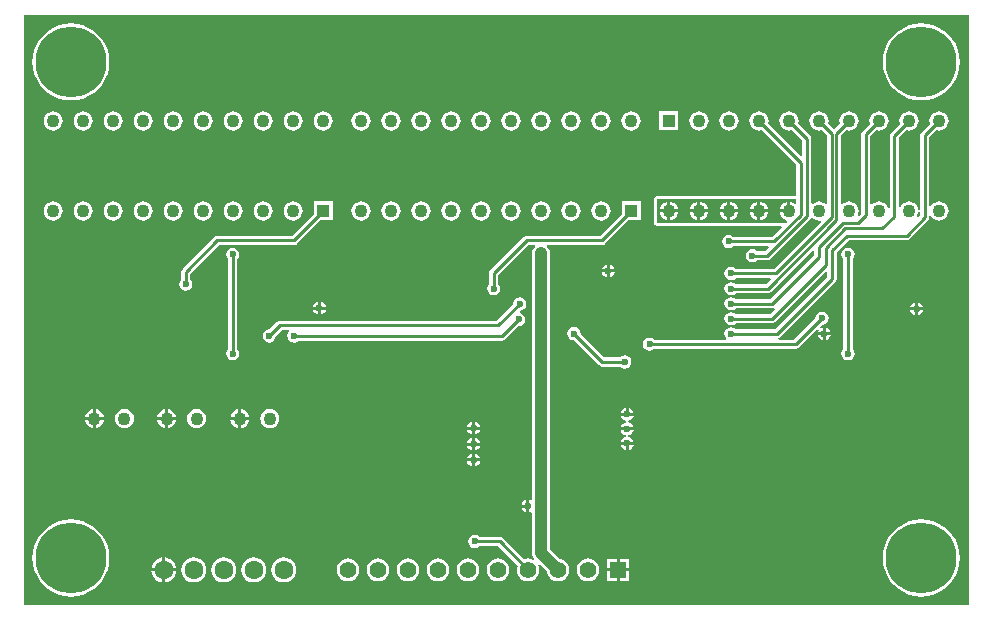
<source format=gbl>
G04*
G04 #@! TF.GenerationSoftware,Altium Limited,Altium Designer,18.1.11 (251)*
G04*
G04 Layer_Physical_Order=2*
G04 Layer_Color=16711680*
%FSLAX25Y25*%
%MOIN*%
G70*
G01*
G75*
%ADD36C,0.01000*%
%ADD37C,0.03937*%
%ADD38R,0.04331X0.04331*%
%ADD39C,0.04331*%
%ADD40C,0.05504*%
%ADD41R,0.05504X0.05504*%
%ADD42C,0.06299*%
%ADD43C,0.23622*%
%ADD44C,0.02362*%
G36*
X314961Y0D02*
X0D01*
Y196850D01*
X314961D01*
Y0D01*
D02*
G37*
%LPC*%
G36*
X299213Y193953D02*
X297202Y193795D01*
X295241Y193324D01*
X293378Y192552D01*
X291659Y191499D01*
X290126Y190189D01*
X288816Y188656D01*
X287763Y186936D01*
X286991Y185073D01*
X286520Y183113D01*
X286362Y181102D01*
X286520Y179092D01*
X286991Y177131D01*
X287763Y175268D01*
X288816Y173549D01*
X290126Y172016D01*
X291659Y170706D01*
X293378Y169652D01*
X295241Y168881D01*
X297202Y168410D01*
X299213Y168252D01*
X301223Y168410D01*
X303184Y168881D01*
X305047Y169652D01*
X306766Y170706D01*
X308299Y172016D01*
X309609Y173549D01*
X310663Y175268D01*
X311434Y177131D01*
X311905Y179092D01*
X312063Y181102D01*
X311905Y183113D01*
X311434Y185073D01*
X310663Y186936D01*
X309609Y188656D01*
X308299Y190189D01*
X306766Y191499D01*
X305047Y192552D01*
X303184Y193324D01*
X301223Y193795D01*
X299213Y193953D01*
D02*
G37*
G36*
X15748D02*
X13738Y193795D01*
X11777Y193324D01*
X9914Y192552D01*
X8195Y191499D01*
X6661Y190189D01*
X5352Y188656D01*
X4298Y186936D01*
X3526Y185073D01*
X3056Y183113D01*
X2897Y181102D01*
X3056Y179092D01*
X3526Y177131D01*
X4298Y175268D01*
X5352Y173549D01*
X6661Y172016D01*
X8195Y170706D01*
X9914Y169652D01*
X11777Y168881D01*
X13738Y168410D01*
X15748Y168252D01*
X17758Y168410D01*
X19719Y168881D01*
X21582Y169652D01*
X23301Y170706D01*
X24835Y172016D01*
X26144Y173549D01*
X27198Y175268D01*
X27970Y177131D01*
X28440Y179092D01*
X28599Y181102D01*
X28440Y183113D01*
X27970Y185073D01*
X27198Y186936D01*
X26144Y188656D01*
X24835Y190189D01*
X23301Y191499D01*
X21582Y192552D01*
X19719Y193324D01*
X17758Y193795D01*
X15748Y193953D01*
D02*
G37*
G36*
X218283Y164583D02*
X211953D01*
Y158252D01*
X218283D01*
Y164583D01*
D02*
G37*
G36*
X305118Y164610D02*
X304292Y164501D01*
X303522Y164182D01*
X302861Y163675D01*
X302353Y163014D01*
X302034Y162244D01*
X301925Y161417D01*
X302034Y160591D01*
X302062Y160524D01*
X299312Y157774D01*
X298981Y157278D01*
X298864Y156693D01*
Y129964D01*
X297964Y129063D01*
X297929Y129060D01*
X297761Y129253D01*
X297663Y129534D01*
X297883Y129821D01*
X298202Y130591D01*
X298311Y131417D01*
X298202Y132244D01*
X297883Y133014D01*
X297376Y133675D01*
X296714Y134182D01*
X295944Y134501D01*
X295118Y134610D01*
X294292Y134501D01*
X293522Y134182D01*
X292861Y133675D01*
X292353Y133014D01*
X292187Y132612D01*
X291687Y132712D01*
Y155823D01*
X294225Y158361D01*
X294292Y158333D01*
X295118Y158225D01*
X295944Y158333D01*
X296714Y158652D01*
X297376Y159160D01*
X297883Y159821D01*
X298202Y160591D01*
X298311Y161417D01*
X298202Y162244D01*
X297883Y163014D01*
X297376Y163675D01*
X296714Y164182D01*
X295944Y164501D01*
X295118Y164610D01*
X294292Y164501D01*
X293522Y164182D01*
X292861Y163675D01*
X292353Y163014D01*
X292034Y162244D01*
X291925Y161417D01*
X292034Y160591D01*
X292062Y160524D01*
X289076Y157538D01*
X288744Y157042D01*
X288628Y156457D01*
Y132521D01*
X288128Y132422D01*
X287883Y133014D01*
X287376Y133675D01*
X286714Y134182D01*
X285944Y134501D01*
X285118Y134610D01*
X284292Y134501D01*
X283522Y134182D01*
X282861Y133675D01*
X282738Y133515D01*
X282238Y133685D01*
Y156374D01*
X284225Y158361D01*
X284292Y158333D01*
X285118Y158225D01*
X285944Y158333D01*
X286714Y158652D01*
X287376Y159160D01*
X287883Y159821D01*
X288202Y160591D01*
X288311Y161417D01*
X288202Y162244D01*
X287883Y163014D01*
X287376Y163675D01*
X286714Y164182D01*
X285944Y164501D01*
X285118Y164610D01*
X284292Y164501D01*
X283522Y164182D01*
X282861Y163675D01*
X282353Y163014D01*
X282034Y162244D01*
X281925Y161417D01*
X282034Y160591D01*
X282062Y160524D01*
X279627Y158089D01*
X279296Y157593D01*
X279179Y157008D01*
Y130555D01*
X278409Y129785D01*
X277985Y130068D01*
X278202Y130591D01*
X278311Y131417D01*
X278202Y132244D01*
X277883Y133014D01*
X277376Y133675D01*
X276714Y134182D01*
X275944Y134501D01*
X275118Y134610D01*
X274292Y134501D01*
X273522Y134182D01*
X272896Y133702D01*
X272648Y133747D01*
X272395Y133833D01*
Y156532D01*
X274225Y158361D01*
X274292Y158333D01*
X275118Y158225D01*
X275944Y158333D01*
X276714Y158652D01*
X277376Y159160D01*
X277883Y159821D01*
X278202Y160591D01*
X278311Y161417D01*
X278202Y162244D01*
X277883Y163014D01*
X277376Y163675D01*
X276714Y164182D01*
X275944Y164501D01*
X275118Y164610D01*
X274292Y164501D01*
X273522Y164182D01*
X272861Y163675D01*
X272353Y163014D01*
X272034Y162244D01*
X271925Y161417D01*
X272034Y160591D01*
X272062Y160524D01*
X270118Y158580D01*
X268174Y160524D01*
X268202Y160591D01*
X268311Y161417D01*
X268202Y162244D01*
X267883Y163014D01*
X267376Y163675D01*
X266714Y164182D01*
X265944Y164501D01*
X265118Y164610D01*
X264292Y164501D01*
X263522Y164182D01*
X262861Y163675D01*
X262353Y163014D01*
X262034Y162244D01*
X261925Y161417D01*
X262034Y160591D01*
X262353Y159821D01*
X262861Y159160D01*
X263522Y158652D01*
X264292Y158333D01*
X265118Y158225D01*
X265944Y158333D01*
X266011Y158361D01*
X267807Y156565D01*
Y133851D01*
X267307Y133727D01*
X266714Y134182D01*
X265944Y134501D01*
X265118Y134610D01*
X264292Y134501D01*
X263522Y134182D01*
X263028Y133803D01*
X262528Y134023D01*
Y155537D01*
X262412Y156122D01*
X262080Y156618D01*
X258174Y160524D01*
X258202Y160591D01*
X258311Y161417D01*
X258202Y162244D01*
X257883Y163014D01*
X257376Y163675D01*
X256714Y164182D01*
X255944Y164501D01*
X255118Y164610D01*
X254292Y164501D01*
X253522Y164182D01*
X252861Y163675D01*
X252353Y163014D01*
X252034Y162244D01*
X251925Y161417D01*
X252034Y160591D01*
X252353Y159821D01*
X252861Y159160D01*
X253522Y158652D01*
X254292Y158333D01*
X255118Y158225D01*
X255944Y158333D01*
X256011Y158361D01*
X259469Y154903D01*
Y149882D01*
X259007Y149691D01*
X248174Y160524D01*
X248202Y160591D01*
X248311Y161417D01*
X248202Y162244D01*
X247883Y163014D01*
X247376Y163675D01*
X246714Y164182D01*
X245944Y164501D01*
X245118Y164610D01*
X244292Y164501D01*
X243522Y164182D01*
X242861Y163675D01*
X242353Y163014D01*
X242034Y162244D01*
X241925Y161417D01*
X242034Y160591D01*
X242353Y159821D01*
X242861Y159160D01*
X243522Y158652D01*
X244292Y158333D01*
X245118Y158225D01*
X245944Y158333D01*
X246011Y158361D01*
X257571Y146801D01*
Y136453D01*
X211024D01*
X210633Y136375D01*
X210303Y136154D01*
X210082Y135823D01*
X210004Y135433D01*
Y127559D01*
X210082Y127169D01*
X210303Y126838D01*
X210633Y126617D01*
X211024Y126540D01*
X252608D01*
X252799Y126077D01*
X249511Y122789D01*
X236641D01*
X236612Y122832D01*
X235890Y123314D01*
X235039Y123484D01*
X234188Y123314D01*
X233467Y122832D01*
X232985Y122111D01*
X232816Y121260D01*
X232985Y120409D01*
X233467Y119687D01*
X234188Y119205D01*
X235039Y119036D01*
X235890Y119205D01*
X236612Y119687D01*
X236641Y119730D01*
X248208D01*
X248400Y119269D01*
X247196Y118065D01*
X244515D01*
X244486Y118108D01*
X243764Y118590D01*
X242913Y118759D01*
X242062Y118590D01*
X241341Y118108D01*
X240859Y117386D01*
X240690Y116535D01*
X240859Y115684D01*
X241341Y114963D01*
X242062Y114481D01*
X242913Y114312D01*
X243764Y114481D01*
X244486Y114963D01*
X244515Y115006D01*
X247829D01*
X248415Y115122D01*
X248911Y115454D01*
X262080Y128623D01*
X262342Y129015D01*
X262695Y129113D01*
X262715Y129116D01*
X262920Y129114D01*
X263522Y128652D01*
X264292Y128333D01*
X265118Y128225D01*
X265472Y128271D01*
X265705Y127798D01*
X250067Y112159D01*
X237428D01*
X237399Y112202D01*
X236678Y112685D01*
X235827Y112854D01*
X234976Y112685D01*
X234254Y112202D01*
X233772Y111481D01*
X233603Y110630D01*
X233772Y109779D01*
X234254Y109057D01*
X234976Y108575D01*
X235827Y108406D01*
X236678Y108575D01*
X237399Y109057D01*
X237428Y109100D01*
X248778D01*
X248969Y108639D01*
X247352Y107021D01*
X237428D01*
X237399Y107065D01*
X236678Y107547D01*
X235827Y107716D01*
X234976Y107547D01*
X234254Y107065D01*
X233772Y106343D01*
X233603Y105492D01*
X233772Y104641D01*
X234254Y103920D01*
X234976Y103438D01*
X235827Y103268D01*
X236678Y103438D01*
X237399Y103920D01*
X237428Y103963D01*
X247985D01*
X248571Y104079D01*
X249067Y104411D01*
X263015Y118359D01*
X263477Y118167D01*
Y116682D01*
X248816Y102022D01*
X237428D01*
X237399Y102065D01*
X236678Y102547D01*
X235827Y102716D01*
X234976Y102547D01*
X234254Y102065D01*
X233772Y101343D01*
X233603Y100492D01*
X233772Y99641D01*
X234254Y98920D01*
X234976Y98438D01*
X235827Y98268D01*
X236678Y98438D01*
X237399Y98920D01*
X237428Y98963D01*
X249449D01*
X250035Y99079D01*
X250179Y99176D01*
X250498Y98787D01*
X248732Y97022D01*
X237428D01*
X237399Y97065D01*
X236678Y97547D01*
X235827Y97716D01*
X234976Y97547D01*
X234254Y97065D01*
X233772Y96343D01*
X233603Y95492D01*
X233772Y94641D01*
X234254Y93920D01*
X234976Y93438D01*
X235827Y93268D01*
X236678Y93438D01*
X237399Y93920D01*
X237428Y93963D01*
X249365D01*
X249951Y94079D01*
X250447Y94411D01*
X267462Y111426D01*
X267924Y111234D01*
Y109333D01*
X250612Y92022D01*
X237428D01*
X237399Y92065D01*
X236678Y92547D01*
X235827Y92716D01*
X234976Y92547D01*
X234254Y92065D01*
X233772Y91343D01*
X233603Y90492D01*
X233772Y89641D01*
X234176Y89037D01*
X233995Y88537D01*
X210263D01*
X210234Y88580D01*
X209512Y89062D01*
X208661Y89232D01*
X207810Y89062D01*
X207089Y88580D01*
X206607Y87859D01*
X206438Y87008D01*
X206607Y86157D01*
X207089Y85435D01*
X207810Y84953D01*
X208661Y84784D01*
X209512Y84953D01*
X210234Y85435D01*
X210263Y85479D01*
X257480D01*
X258066Y85595D01*
X258562Y85926D01*
X264689Y92054D01*
X265077Y91735D01*
X264815Y91343D01*
X264746Y90992D01*
X266370D01*
Y92616D01*
X266019Y92547D01*
X265628Y92285D01*
X265309Y92673D01*
X266091Y93456D01*
X266142Y93445D01*
X266993Y93615D01*
X267714Y94097D01*
X268196Y94818D01*
X268366Y95669D01*
X268196Y96520D01*
X267714Y97242D01*
X266993Y97724D01*
X266142Y97893D01*
X265291Y97724D01*
X264569Y97242D01*
X264087Y96520D01*
X263918Y95669D01*
X263928Y95618D01*
X256847Y88537D01*
X251670D01*
X251620Y89037D01*
X251831Y89079D01*
X252327Y89411D01*
X270535Y107618D01*
X270866Y108114D01*
X270983Y108700D01*
Y117725D01*
X274957Y121699D01*
X294292D01*
X294877Y121815D01*
X295373Y122147D01*
X301475Y128249D01*
X301807Y128745D01*
X301923Y129330D01*
Y129598D01*
X302050Y129664D01*
X302423Y129730D01*
X302861Y129160D01*
X303522Y128652D01*
X304292Y128333D01*
X305118Y128225D01*
X305944Y128333D01*
X306714Y128652D01*
X307376Y129160D01*
X307883Y129821D01*
X308202Y130591D01*
X308311Y131417D01*
X308202Y132244D01*
X307883Y133014D01*
X307376Y133675D01*
X306714Y134182D01*
X305944Y134501D01*
X305118Y134610D01*
X304292Y134501D01*
X303522Y134182D01*
X302861Y133675D01*
X302423Y133105D01*
X302050Y133171D01*
X301923Y133237D01*
Y156059D01*
X304225Y158361D01*
X304292Y158333D01*
X305118Y158225D01*
X305944Y158333D01*
X306714Y158652D01*
X307376Y159160D01*
X307883Y159821D01*
X308202Y160591D01*
X308311Y161417D01*
X308202Y162244D01*
X307883Y163014D01*
X307376Y163675D01*
X306714Y164182D01*
X305944Y164501D01*
X305118Y164610D01*
D02*
G37*
G36*
X235118D02*
X234292Y164501D01*
X233522Y164182D01*
X232861Y163675D01*
X232353Y163014D01*
X232034Y162244D01*
X231925Y161417D01*
X232034Y160591D01*
X232353Y159821D01*
X232861Y159160D01*
X233522Y158652D01*
X234292Y158333D01*
X235118Y158225D01*
X235944Y158333D01*
X236714Y158652D01*
X237376Y159160D01*
X237883Y159821D01*
X238202Y160591D01*
X238311Y161417D01*
X238202Y162244D01*
X237883Y163014D01*
X237376Y163675D01*
X236714Y164182D01*
X235944Y164501D01*
X235118Y164610D01*
D02*
G37*
G36*
X225118D02*
X224292Y164501D01*
X223522Y164182D01*
X222861Y163675D01*
X222353Y163014D01*
X222034Y162244D01*
X221925Y161417D01*
X222034Y160591D01*
X222353Y159821D01*
X222861Y159160D01*
X223522Y158652D01*
X224292Y158333D01*
X225118Y158225D01*
X225944Y158333D01*
X226714Y158652D01*
X227376Y159160D01*
X227883Y159821D01*
X228202Y160591D01*
X228311Y161417D01*
X228202Y162244D01*
X227883Y163014D01*
X227376Y163675D01*
X226714Y164182D01*
X225944Y164501D01*
X225118Y164610D01*
D02*
G37*
G36*
X202480D02*
X201654Y164501D01*
X200884Y164182D01*
X200223Y163675D01*
X199715Y163014D01*
X199396Y162244D01*
X199288Y161417D01*
X199396Y160591D01*
X199715Y159821D01*
X200223Y159160D01*
X200884Y158652D01*
X201654Y158333D01*
X202480Y158225D01*
X203307Y158333D01*
X204077Y158652D01*
X204738Y159160D01*
X205245Y159821D01*
X205564Y160591D01*
X205673Y161417D01*
X205564Y162244D01*
X205245Y163014D01*
X204738Y163675D01*
X204077Y164182D01*
X203307Y164501D01*
X202480Y164610D01*
D02*
G37*
G36*
X192480D02*
X191654Y164501D01*
X190884Y164182D01*
X190223Y163675D01*
X189715Y163014D01*
X189396Y162244D01*
X189288Y161417D01*
X189396Y160591D01*
X189715Y159821D01*
X190223Y159160D01*
X190884Y158652D01*
X191654Y158333D01*
X192480Y158225D01*
X193307Y158333D01*
X194077Y158652D01*
X194738Y159160D01*
X195245Y159821D01*
X195564Y160591D01*
X195673Y161417D01*
X195564Y162244D01*
X195245Y163014D01*
X194738Y163675D01*
X194077Y164182D01*
X193307Y164501D01*
X192480Y164610D01*
D02*
G37*
G36*
X182480D02*
X181654Y164501D01*
X180884Y164182D01*
X180223Y163675D01*
X179715Y163014D01*
X179396Y162244D01*
X179288Y161417D01*
X179396Y160591D01*
X179715Y159821D01*
X180223Y159160D01*
X180884Y158652D01*
X181654Y158333D01*
X182480Y158225D01*
X183307Y158333D01*
X184077Y158652D01*
X184738Y159160D01*
X185245Y159821D01*
X185564Y160591D01*
X185673Y161417D01*
X185564Y162244D01*
X185245Y163014D01*
X184738Y163675D01*
X184077Y164182D01*
X183307Y164501D01*
X182480Y164610D01*
D02*
G37*
G36*
X172480D02*
X171654Y164501D01*
X170884Y164182D01*
X170223Y163675D01*
X169715Y163014D01*
X169396Y162244D01*
X169288Y161417D01*
X169396Y160591D01*
X169715Y159821D01*
X170223Y159160D01*
X170884Y158652D01*
X171654Y158333D01*
X172480Y158225D01*
X173307Y158333D01*
X174077Y158652D01*
X174738Y159160D01*
X175245Y159821D01*
X175564Y160591D01*
X175673Y161417D01*
X175564Y162244D01*
X175245Y163014D01*
X174738Y163675D01*
X174077Y164182D01*
X173307Y164501D01*
X172480Y164610D01*
D02*
G37*
G36*
X162480D02*
X161654Y164501D01*
X160884Y164182D01*
X160223Y163675D01*
X159715Y163014D01*
X159396Y162244D01*
X159288Y161417D01*
X159396Y160591D01*
X159715Y159821D01*
X160223Y159160D01*
X160884Y158652D01*
X161654Y158333D01*
X162480Y158225D01*
X163307Y158333D01*
X164077Y158652D01*
X164738Y159160D01*
X165245Y159821D01*
X165564Y160591D01*
X165673Y161417D01*
X165564Y162244D01*
X165245Y163014D01*
X164738Y163675D01*
X164077Y164182D01*
X163307Y164501D01*
X162480Y164610D01*
D02*
G37*
G36*
X152480D02*
X151654Y164501D01*
X150884Y164182D01*
X150223Y163675D01*
X149715Y163014D01*
X149396Y162244D01*
X149288Y161417D01*
X149396Y160591D01*
X149715Y159821D01*
X150223Y159160D01*
X150884Y158652D01*
X151654Y158333D01*
X152480Y158225D01*
X153307Y158333D01*
X154077Y158652D01*
X154738Y159160D01*
X155245Y159821D01*
X155564Y160591D01*
X155673Y161417D01*
X155564Y162244D01*
X155245Y163014D01*
X154738Y163675D01*
X154077Y164182D01*
X153307Y164501D01*
X152480Y164610D01*
D02*
G37*
G36*
X142480D02*
X141654Y164501D01*
X140884Y164182D01*
X140223Y163675D01*
X139715Y163014D01*
X139396Y162244D01*
X139288Y161417D01*
X139396Y160591D01*
X139715Y159821D01*
X140223Y159160D01*
X140884Y158652D01*
X141654Y158333D01*
X142480Y158225D01*
X143307Y158333D01*
X144077Y158652D01*
X144738Y159160D01*
X145245Y159821D01*
X145564Y160591D01*
X145673Y161417D01*
X145564Y162244D01*
X145245Y163014D01*
X144738Y163675D01*
X144077Y164182D01*
X143307Y164501D01*
X142480Y164610D01*
D02*
G37*
G36*
X132480D02*
X131654Y164501D01*
X130884Y164182D01*
X130223Y163675D01*
X129715Y163014D01*
X129396Y162244D01*
X129288Y161417D01*
X129396Y160591D01*
X129715Y159821D01*
X130223Y159160D01*
X130884Y158652D01*
X131654Y158333D01*
X132480Y158225D01*
X133307Y158333D01*
X134077Y158652D01*
X134738Y159160D01*
X135245Y159821D01*
X135564Y160591D01*
X135673Y161417D01*
X135564Y162244D01*
X135245Y163014D01*
X134738Y163675D01*
X134077Y164182D01*
X133307Y164501D01*
X132480Y164610D01*
D02*
G37*
G36*
X122480D02*
X121654Y164501D01*
X120884Y164182D01*
X120223Y163675D01*
X119715Y163014D01*
X119396Y162244D01*
X119288Y161417D01*
X119396Y160591D01*
X119715Y159821D01*
X120223Y159160D01*
X120884Y158652D01*
X121654Y158333D01*
X122480Y158225D01*
X123307Y158333D01*
X124077Y158652D01*
X124738Y159160D01*
X125245Y159821D01*
X125564Y160591D01*
X125673Y161417D01*
X125564Y162244D01*
X125245Y163014D01*
X124738Y163675D01*
X124077Y164182D01*
X123307Y164501D01*
X122480Y164610D01*
D02*
G37*
G36*
X112480D02*
X111654Y164501D01*
X110884Y164182D01*
X110223Y163675D01*
X109715Y163014D01*
X109396Y162244D01*
X109288Y161417D01*
X109396Y160591D01*
X109715Y159821D01*
X110223Y159160D01*
X110884Y158652D01*
X111654Y158333D01*
X112480Y158225D01*
X113307Y158333D01*
X114077Y158652D01*
X114738Y159160D01*
X115245Y159821D01*
X115564Y160591D01*
X115673Y161417D01*
X115564Y162244D01*
X115245Y163014D01*
X114738Y163675D01*
X114077Y164182D01*
X113307Y164501D01*
X112480Y164610D01*
D02*
G37*
G36*
X99843D02*
X99016Y164501D01*
X98246Y164182D01*
X97585Y163675D01*
X97078Y163014D01*
X96759Y162244D01*
X96650Y161417D01*
X96759Y160591D01*
X97078Y159821D01*
X97585Y159160D01*
X98246Y158652D01*
X99016Y158333D01*
X99843Y158225D01*
X100669Y158333D01*
X101439Y158652D01*
X102100Y159160D01*
X102607Y159821D01*
X102926Y160591D01*
X103035Y161417D01*
X102926Y162244D01*
X102607Y163014D01*
X102100Y163675D01*
X101439Y164182D01*
X100669Y164501D01*
X99843Y164610D01*
D02*
G37*
G36*
X89842D02*
X89016Y164501D01*
X88246Y164182D01*
X87585Y163675D01*
X87078Y163014D01*
X86759Y162244D01*
X86650Y161417D01*
X86759Y160591D01*
X87078Y159821D01*
X87585Y159160D01*
X88246Y158652D01*
X89016Y158333D01*
X89842Y158225D01*
X90669Y158333D01*
X91439Y158652D01*
X92100Y159160D01*
X92607Y159821D01*
X92926Y160591D01*
X93035Y161417D01*
X92926Y162244D01*
X92607Y163014D01*
X92100Y163675D01*
X91439Y164182D01*
X90669Y164501D01*
X89842Y164610D01*
D02*
G37*
G36*
X79843D02*
X79016Y164501D01*
X78246Y164182D01*
X77585Y163675D01*
X77078Y163014D01*
X76759Y162244D01*
X76650Y161417D01*
X76759Y160591D01*
X77078Y159821D01*
X77585Y159160D01*
X78246Y158652D01*
X79016Y158333D01*
X79843Y158225D01*
X80669Y158333D01*
X81439Y158652D01*
X82100Y159160D01*
X82607Y159821D01*
X82926Y160591D01*
X83035Y161417D01*
X82926Y162244D01*
X82607Y163014D01*
X82100Y163675D01*
X81439Y164182D01*
X80669Y164501D01*
X79843Y164610D01*
D02*
G37*
G36*
X69842D02*
X69016Y164501D01*
X68246Y164182D01*
X67585Y163675D01*
X67078Y163014D01*
X66759Y162244D01*
X66650Y161417D01*
X66759Y160591D01*
X67078Y159821D01*
X67585Y159160D01*
X68246Y158652D01*
X69016Y158333D01*
X69842Y158225D01*
X70669Y158333D01*
X71439Y158652D01*
X72100Y159160D01*
X72607Y159821D01*
X72926Y160591D01*
X73035Y161417D01*
X72926Y162244D01*
X72607Y163014D01*
X72100Y163675D01*
X71439Y164182D01*
X70669Y164501D01*
X69842Y164610D01*
D02*
G37*
G36*
X59842D02*
X59016Y164501D01*
X58246Y164182D01*
X57585Y163675D01*
X57078Y163014D01*
X56759Y162244D01*
X56650Y161417D01*
X56759Y160591D01*
X57078Y159821D01*
X57585Y159160D01*
X58246Y158652D01*
X59016Y158333D01*
X59842Y158225D01*
X60669Y158333D01*
X61439Y158652D01*
X62100Y159160D01*
X62607Y159821D01*
X62926Y160591D01*
X63035Y161417D01*
X62926Y162244D01*
X62607Y163014D01*
X62100Y163675D01*
X61439Y164182D01*
X60669Y164501D01*
X59842Y164610D01*
D02*
G37*
G36*
X49843D02*
X49016Y164501D01*
X48246Y164182D01*
X47585Y163675D01*
X47078Y163014D01*
X46759Y162244D01*
X46650Y161417D01*
X46759Y160591D01*
X47078Y159821D01*
X47585Y159160D01*
X48246Y158652D01*
X49016Y158333D01*
X49843Y158225D01*
X50669Y158333D01*
X51439Y158652D01*
X52100Y159160D01*
X52607Y159821D01*
X52926Y160591D01*
X53035Y161417D01*
X52926Y162244D01*
X52607Y163014D01*
X52100Y163675D01*
X51439Y164182D01*
X50669Y164501D01*
X49843Y164610D01*
D02*
G37*
G36*
X39843D02*
X39016Y164501D01*
X38246Y164182D01*
X37585Y163675D01*
X37078Y163014D01*
X36759Y162244D01*
X36650Y161417D01*
X36759Y160591D01*
X37078Y159821D01*
X37585Y159160D01*
X38246Y158652D01*
X39016Y158333D01*
X39843Y158225D01*
X40669Y158333D01*
X41439Y158652D01*
X42100Y159160D01*
X42607Y159821D01*
X42926Y160591D01*
X43035Y161417D01*
X42926Y162244D01*
X42607Y163014D01*
X42100Y163675D01*
X41439Y164182D01*
X40669Y164501D01*
X39843Y164610D01*
D02*
G37*
G36*
X29842D02*
X29016Y164501D01*
X28246Y164182D01*
X27585Y163675D01*
X27078Y163014D01*
X26759Y162244D01*
X26650Y161417D01*
X26759Y160591D01*
X27078Y159821D01*
X27585Y159160D01*
X28246Y158652D01*
X29016Y158333D01*
X29842Y158225D01*
X30669Y158333D01*
X31439Y158652D01*
X32100Y159160D01*
X32607Y159821D01*
X32926Y160591D01*
X33035Y161417D01*
X32926Y162244D01*
X32607Y163014D01*
X32100Y163675D01*
X31439Y164182D01*
X30669Y164501D01*
X29842Y164610D01*
D02*
G37*
G36*
X19842D02*
X19016Y164501D01*
X18246Y164182D01*
X17585Y163675D01*
X17078Y163014D01*
X16759Y162244D01*
X16650Y161417D01*
X16759Y160591D01*
X17078Y159821D01*
X17585Y159160D01*
X18246Y158652D01*
X19016Y158333D01*
X19842Y158225D01*
X20669Y158333D01*
X21439Y158652D01*
X22100Y159160D01*
X22607Y159821D01*
X22926Y160591D01*
X23035Y161417D01*
X22926Y162244D01*
X22607Y163014D01*
X22100Y163675D01*
X21439Y164182D01*
X20669Y164501D01*
X19842Y164610D01*
D02*
G37*
G36*
X9843D02*
X9016Y164501D01*
X8246Y164182D01*
X7585Y163675D01*
X7078Y163014D01*
X6759Y162244D01*
X6650Y161417D01*
X6759Y160591D01*
X7078Y159821D01*
X7585Y159160D01*
X8246Y158652D01*
X9016Y158333D01*
X9843Y158225D01*
X10669Y158333D01*
X11439Y158652D01*
X12100Y159160D01*
X12607Y159821D01*
X12926Y160591D01*
X13035Y161417D01*
X12926Y162244D01*
X12607Y163014D01*
X12100Y163675D01*
X11439Y164182D01*
X10669Y164501D01*
X9843Y164610D01*
D02*
G37*
G36*
X192480Y134610D02*
X191654Y134501D01*
X190884Y134182D01*
X190223Y133675D01*
X189715Y133014D01*
X189396Y132244D01*
X189288Y131417D01*
X189396Y130591D01*
X189715Y129821D01*
X190223Y129160D01*
X190884Y128652D01*
X191654Y128333D01*
X192480Y128225D01*
X193307Y128333D01*
X194077Y128652D01*
X194738Y129160D01*
X195245Y129821D01*
X195564Y130591D01*
X195673Y131417D01*
X195564Y132244D01*
X195245Y133014D01*
X194738Y133675D01*
X194077Y134182D01*
X193307Y134501D01*
X192480Y134610D01*
D02*
G37*
G36*
X182480D02*
X181654Y134501D01*
X180884Y134182D01*
X180223Y133675D01*
X179715Y133014D01*
X179396Y132244D01*
X179288Y131417D01*
X179396Y130591D01*
X179715Y129821D01*
X180223Y129160D01*
X180884Y128652D01*
X181654Y128333D01*
X182480Y128225D01*
X183307Y128333D01*
X184077Y128652D01*
X184738Y129160D01*
X185245Y129821D01*
X185564Y130591D01*
X185673Y131417D01*
X185564Y132244D01*
X185245Y133014D01*
X184738Y133675D01*
X184077Y134182D01*
X183307Y134501D01*
X182480Y134610D01*
D02*
G37*
G36*
X172480D02*
X171654Y134501D01*
X170884Y134182D01*
X170223Y133675D01*
X169715Y133014D01*
X169396Y132244D01*
X169288Y131417D01*
X169396Y130591D01*
X169715Y129821D01*
X170223Y129160D01*
X170884Y128652D01*
X171654Y128333D01*
X172480Y128225D01*
X173307Y128333D01*
X174077Y128652D01*
X174738Y129160D01*
X175245Y129821D01*
X175564Y130591D01*
X175673Y131417D01*
X175564Y132244D01*
X175245Y133014D01*
X174738Y133675D01*
X174077Y134182D01*
X173307Y134501D01*
X172480Y134610D01*
D02*
G37*
G36*
X162480D02*
X161654Y134501D01*
X160884Y134182D01*
X160223Y133675D01*
X159715Y133014D01*
X159396Y132244D01*
X159288Y131417D01*
X159396Y130591D01*
X159715Y129821D01*
X160223Y129160D01*
X160884Y128652D01*
X161654Y128333D01*
X162480Y128225D01*
X163307Y128333D01*
X164077Y128652D01*
X164738Y129160D01*
X165245Y129821D01*
X165564Y130591D01*
X165673Y131417D01*
X165564Y132244D01*
X165245Y133014D01*
X164738Y133675D01*
X164077Y134182D01*
X163307Y134501D01*
X162480Y134610D01*
D02*
G37*
G36*
X152480D02*
X151654Y134501D01*
X150884Y134182D01*
X150223Y133675D01*
X149715Y133014D01*
X149396Y132244D01*
X149288Y131417D01*
X149396Y130591D01*
X149715Y129821D01*
X150223Y129160D01*
X150884Y128652D01*
X151654Y128333D01*
X152480Y128225D01*
X153307Y128333D01*
X154077Y128652D01*
X154738Y129160D01*
X155245Y129821D01*
X155564Y130591D01*
X155673Y131417D01*
X155564Y132244D01*
X155245Y133014D01*
X154738Y133675D01*
X154077Y134182D01*
X153307Y134501D01*
X152480Y134610D01*
D02*
G37*
G36*
X142480D02*
X141654Y134501D01*
X140884Y134182D01*
X140223Y133675D01*
X139715Y133014D01*
X139396Y132244D01*
X139288Y131417D01*
X139396Y130591D01*
X139715Y129821D01*
X140223Y129160D01*
X140884Y128652D01*
X141654Y128333D01*
X142480Y128225D01*
X143307Y128333D01*
X144077Y128652D01*
X144738Y129160D01*
X145245Y129821D01*
X145564Y130591D01*
X145673Y131417D01*
X145564Y132244D01*
X145245Y133014D01*
X144738Y133675D01*
X144077Y134182D01*
X143307Y134501D01*
X142480Y134610D01*
D02*
G37*
G36*
X132480D02*
X131654Y134501D01*
X130884Y134182D01*
X130223Y133675D01*
X129715Y133014D01*
X129396Y132244D01*
X129288Y131417D01*
X129396Y130591D01*
X129715Y129821D01*
X130223Y129160D01*
X130884Y128652D01*
X131654Y128333D01*
X132480Y128225D01*
X133307Y128333D01*
X134077Y128652D01*
X134738Y129160D01*
X135245Y129821D01*
X135564Y130591D01*
X135673Y131417D01*
X135564Y132244D01*
X135245Y133014D01*
X134738Y133675D01*
X134077Y134182D01*
X133307Y134501D01*
X132480Y134610D01*
D02*
G37*
G36*
X122480D02*
X121654Y134501D01*
X120884Y134182D01*
X120223Y133675D01*
X119715Y133014D01*
X119396Y132244D01*
X119288Y131417D01*
X119396Y130591D01*
X119715Y129821D01*
X120223Y129160D01*
X120884Y128652D01*
X121654Y128333D01*
X122480Y128225D01*
X123307Y128333D01*
X124077Y128652D01*
X124738Y129160D01*
X125245Y129821D01*
X125564Y130591D01*
X125673Y131417D01*
X125564Y132244D01*
X125245Y133014D01*
X124738Y133675D01*
X124077Y134182D01*
X123307Y134501D01*
X122480Y134610D01*
D02*
G37*
G36*
X112480D02*
X111654Y134501D01*
X110884Y134182D01*
X110223Y133675D01*
X109715Y133014D01*
X109396Y132244D01*
X109288Y131417D01*
X109396Y130591D01*
X109715Y129821D01*
X110223Y129160D01*
X110884Y128652D01*
X111654Y128333D01*
X112480Y128225D01*
X113307Y128333D01*
X114077Y128652D01*
X114738Y129160D01*
X115245Y129821D01*
X115564Y130591D01*
X115673Y131417D01*
X115564Y132244D01*
X115245Y133014D01*
X114738Y133675D01*
X114077Y134182D01*
X113307Y134501D01*
X112480Y134610D01*
D02*
G37*
G36*
X89842D02*
X89016Y134501D01*
X88246Y134182D01*
X87585Y133675D01*
X87078Y133014D01*
X86759Y132244D01*
X86650Y131417D01*
X86759Y130591D01*
X87078Y129821D01*
X87585Y129160D01*
X88246Y128652D01*
X89016Y128333D01*
X89842Y128225D01*
X90669Y128333D01*
X91439Y128652D01*
X92100Y129160D01*
X92607Y129821D01*
X92926Y130591D01*
X93035Y131417D01*
X92926Y132244D01*
X92607Y133014D01*
X92100Y133675D01*
X91439Y134182D01*
X90669Y134501D01*
X89842Y134610D01*
D02*
G37*
G36*
X79843D02*
X79016Y134501D01*
X78246Y134182D01*
X77585Y133675D01*
X77078Y133014D01*
X76759Y132244D01*
X76650Y131417D01*
X76759Y130591D01*
X77078Y129821D01*
X77585Y129160D01*
X78246Y128652D01*
X79016Y128333D01*
X79843Y128225D01*
X80669Y128333D01*
X81439Y128652D01*
X82100Y129160D01*
X82607Y129821D01*
X82926Y130591D01*
X83035Y131417D01*
X82926Y132244D01*
X82607Y133014D01*
X82100Y133675D01*
X81439Y134182D01*
X80669Y134501D01*
X79843Y134610D01*
D02*
G37*
G36*
X69842D02*
X69016Y134501D01*
X68246Y134182D01*
X67585Y133675D01*
X67078Y133014D01*
X66759Y132244D01*
X66650Y131417D01*
X66759Y130591D01*
X67078Y129821D01*
X67585Y129160D01*
X68246Y128652D01*
X69016Y128333D01*
X69842Y128225D01*
X70669Y128333D01*
X71439Y128652D01*
X72100Y129160D01*
X72607Y129821D01*
X72926Y130591D01*
X73035Y131417D01*
X72926Y132244D01*
X72607Y133014D01*
X72100Y133675D01*
X71439Y134182D01*
X70669Y134501D01*
X69842Y134610D01*
D02*
G37*
G36*
X59842D02*
X59016Y134501D01*
X58246Y134182D01*
X57585Y133675D01*
X57078Y133014D01*
X56759Y132244D01*
X56650Y131417D01*
X56759Y130591D01*
X57078Y129821D01*
X57585Y129160D01*
X58246Y128652D01*
X59016Y128333D01*
X59842Y128225D01*
X60669Y128333D01*
X61439Y128652D01*
X62100Y129160D01*
X62607Y129821D01*
X62926Y130591D01*
X63035Y131417D01*
X62926Y132244D01*
X62607Y133014D01*
X62100Y133675D01*
X61439Y134182D01*
X60669Y134501D01*
X59842Y134610D01*
D02*
G37*
G36*
X49843D02*
X49016Y134501D01*
X48246Y134182D01*
X47585Y133675D01*
X47078Y133014D01*
X46759Y132244D01*
X46650Y131417D01*
X46759Y130591D01*
X47078Y129821D01*
X47585Y129160D01*
X48246Y128652D01*
X49016Y128333D01*
X49843Y128225D01*
X50669Y128333D01*
X51439Y128652D01*
X52100Y129160D01*
X52607Y129821D01*
X52926Y130591D01*
X53035Y131417D01*
X52926Y132244D01*
X52607Y133014D01*
X52100Y133675D01*
X51439Y134182D01*
X50669Y134501D01*
X49843Y134610D01*
D02*
G37*
G36*
X39843D02*
X39016Y134501D01*
X38246Y134182D01*
X37585Y133675D01*
X37078Y133014D01*
X36759Y132244D01*
X36650Y131417D01*
X36759Y130591D01*
X37078Y129821D01*
X37585Y129160D01*
X38246Y128652D01*
X39016Y128333D01*
X39843Y128225D01*
X40669Y128333D01*
X41439Y128652D01*
X42100Y129160D01*
X42607Y129821D01*
X42926Y130591D01*
X43035Y131417D01*
X42926Y132244D01*
X42607Y133014D01*
X42100Y133675D01*
X41439Y134182D01*
X40669Y134501D01*
X39843Y134610D01*
D02*
G37*
G36*
X29842D02*
X29016Y134501D01*
X28246Y134182D01*
X27585Y133675D01*
X27078Y133014D01*
X26759Y132244D01*
X26650Y131417D01*
X26759Y130591D01*
X27078Y129821D01*
X27585Y129160D01*
X28246Y128652D01*
X29016Y128333D01*
X29842Y128225D01*
X30669Y128333D01*
X31439Y128652D01*
X32100Y129160D01*
X32607Y129821D01*
X32926Y130591D01*
X33035Y131417D01*
X32926Y132244D01*
X32607Y133014D01*
X32100Y133675D01*
X31439Y134182D01*
X30669Y134501D01*
X29842Y134610D01*
D02*
G37*
G36*
X19842D02*
X19016Y134501D01*
X18246Y134182D01*
X17585Y133675D01*
X17078Y133014D01*
X16759Y132244D01*
X16650Y131417D01*
X16759Y130591D01*
X17078Y129821D01*
X17585Y129160D01*
X18246Y128652D01*
X19016Y128333D01*
X19842Y128225D01*
X20669Y128333D01*
X21439Y128652D01*
X22100Y129160D01*
X22607Y129821D01*
X22926Y130591D01*
X23035Y131417D01*
X22926Y132244D01*
X22607Y133014D01*
X22100Y133675D01*
X21439Y134182D01*
X20669Y134501D01*
X19842Y134610D01*
D02*
G37*
G36*
X9843D02*
X9016Y134501D01*
X8246Y134182D01*
X7585Y133675D01*
X7078Y133014D01*
X6759Y132244D01*
X6650Y131417D01*
X6759Y130591D01*
X7078Y129821D01*
X7585Y129160D01*
X8246Y128652D01*
X9016Y128333D01*
X9843Y128225D01*
X10669Y128333D01*
X11439Y128652D01*
X12100Y129160D01*
X12607Y129821D01*
X12926Y130591D01*
X13035Y131417D01*
X12926Y132244D01*
X12607Y133014D01*
X12100Y133675D01*
X11439Y134182D01*
X10669Y134501D01*
X9843Y134610D01*
D02*
G37*
G36*
X195382Y113542D02*
Y111917D01*
X197006D01*
X196936Y112268D01*
X196454Y112990D01*
X195733Y113472D01*
X195382Y113542D01*
D02*
G37*
G36*
X194382D02*
X194031Y113472D01*
X193309Y112990D01*
X192827Y112268D01*
X192757Y111917D01*
X194382D01*
Y113542D01*
D02*
G37*
G36*
X197006Y110917D02*
X195382D01*
Y109293D01*
X195733Y109363D01*
X196454Y109845D01*
X196936Y110566D01*
X197006Y110917D01*
D02*
G37*
G36*
X194382D02*
X192757D01*
X192827Y110566D01*
X193309Y109845D01*
X194031Y109363D01*
X194382Y109293D01*
Y110917D01*
D02*
G37*
G36*
X103008Y134583D02*
X96677D01*
Y130415D01*
X89445Y123183D01*
X64567D01*
X63982Y123066D01*
X63485Y122735D01*
X52974Y112223D01*
X52642Y111727D01*
X52526Y111142D01*
Y108570D01*
X52483Y108541D01*
X52001Y107819D01*
X51831Y106968D01*
X52001Y106117D01*
X52483Y105396D01*
X53204Y104914D01*
X54055Y104745D01*
X54906Y104914D01*
X55628Y105396D01*
X56110Y106117D01*
X56279Y106968D01*
X56110Y107819D01*
X55628Y108541D01*
X55585Y108570D01*
Y110508D01*
X65200Y120124D01*
X90079D01*
X90664Y120241D01*
X91160Y120572D01*
X98840Y128252D01*
X103008D01*
Y134583D01*
D02*
G37*
G36*
X99073Y101189D02*
Y99565D01*
X100697D01*
X100627Y99916D01*
X100145Y100637D01*
X99424Y101119D01*
X99073Y101189D01*
D02*
G37*
G36*
X98073D02*
X97722Y101119D01*
X97000Y100637D01*
X96518Y99916D01*
X96448Y99565D01*
X98073D01*
Y101189D01*
D02*
G37*
G36*
X298138Y100943D02*
Y99319D01*
X299762D01*
X299692Y99670D01*
X299210Y100391D01*
X298489Y100873D01*
X298138Y100943D01*
D02*
G37*
G36*
X297138D02*
X296787Y100873D01*
X296065Y100391D01*
X295583Y99670D01*
X295513Y99319D01*
X297138D01*
Y100943D01*
D02*
G37*
G36*
X100697Y98565D02*
X99073D01*
Y96941D01*
X99424Y97010D01*
X100145Y97492D01*
X100627Y98214D01*
X100697Y98565D01*
D02*
G37*
G36*
X98073D02*
X96448D01*
X96518Y98214D01*
X97000Y97492D01*
X97722Y97010D01*
X98073Y96941D01*
Y98565D01*
D02*
G37*
G36*
X299762Y98319D02*
X298138D01*
Y96694D01*
X298489Y96764D01*
X299210Y97246D01*
X299692Y97968D01*
X299762Y98319D01*
D02*
G37*
G36*
X297138D02*
X295513D01*
X295583Y97968D01*
X296065Y97246D01*
X296787Y96764D01*
X297138Y96694D01*
Y98319D01*
D02*
G37*
G36*
X165354Y102618D02*
X164503Y102448D01*
X163782Y101966D01*
X163300Y101245D01*
X163130Y100394D01*
X163141Y100343D01*
X157634Y94836D01*
X85433D01*
X84848Y94720D01*
X84352Y94389D01*
X81941Y91978D01*
X81890Y91988D01*
X81039Y91818D01*
X80317Y91336D01*
X79835Y90615D01*
X79666Y89764D01*
X79835Y88913D01*
X80317Y88191D01*
X81039Y87709D01*
X81890Y87540D01*
X82741Y87709D01*
X83462Y88191D01*
X83944Y88913D01*
X84114Y89764D01*
X84104Y89815D01*
X86067Y91778D01*
X88414D01*
X88546Y91278D01*
X88103Y90615D01*
X87934Y89764D01*
X88103Y88913D01*
X88585Y88191D01*
X89306Y87709D01*
X90158Y87540D01*
X91009Y87709D01*
X91730Y88191D01*
X91759Y88234D01*
X159449D01*
X160034Y88351D01*
X160530Y88682D01*
X164910Y93062D01*
X164961Y93052D01*
X165812Y93221D01*
X166533Y93703D01*
X167015Y94425D01*
X167184Y95276D01*
X167015Y96127D01*
X166533Y96848D01*
X165812Y97330D01*
X165528Y97387D01*
X165431Y97514D01*
X165313Y97918D01*
X165519Y98203D01*
X166205Y98339D01*
X166927Y98821D01*
X167409Y99543D01*
X167578Y100394D01*
X167409Y101245D01*
X166927Y101966D01*
X166205Y102448D01*
X165354Y102618D01*
D02*
G37*
G36*
X267370Y92616D02*
Y90992D01*
X268994D01*
X268925Y91343D01*
X268443Y92065D01*
X267721Y92547D01*
X267370Y92616D01*
D02*
G37*
G36*
X268994Y89992D02*
X267370D01*
Y88368D01*
X267721Y88438D01*
X268443Y88920D01*
X268925Y89641D01*
X268994Y89992D01*
D02*
G37*
G36*
X266370D02*
X264746D01*
X264815Y89641D01*
X265298Y88920D01*
X266019Y88438D01*
X266370Y88368D01*
Y89992D01*
D02*
G37*
G36*
X274803Y119153D02*
X273952Y118984D01*
X273231Y118502D01*
X272749Y117780D01*
X272579Y116929D01*
X272749Y116078D01*
X273231Y115357D01*
X273274Y115328D01*
Y85460D01*
X273231Y85431D01*
X272749Y84709D01*
X272579Y83858D01*
X272749Y83007D01*
X273231Y82286D01*
X273952Y81804D01*
X274803Y81634D01*
X275654Y81804D01*
X276376Y82286D01*
X276858Y83007D01*
X277027Y83858D01*
X276858Y84709D01*
X276376Y85431D01*
X276332Y85460D01*
Y115328D01*
X276376Y115357D01*
X276858Y116078D01*
X277027Y116929D01*
X276858Y117780D01*
X276376Y118502D01*
X275654Y118984D01*
X274803Y119153D01*
D02*
G37*
G36*
X69685D02*
X68834Y118984D01*
X68112Y118502D01*
X67630Y117780D01*
X67461Y116929D01*
X67630Y116078D01*
X68112Y115357D01*
X68156Y115328D01*
Y85460D01*
X68112Y85431D01*
X67630Y84709D01*
X67461Y83858D01*
X67630Y83007D01*
X68112Y82286D01*
X68834Y81804D01*
X69685Y81634D01*
X70536Y81804D01*
X71258Y82286D01*
X71740Y83007D01*
X71909Y83858D01*
X71740Y84709D01*
X71258Y85431D01*
X71214Y85460D01*
Y115328D01*
X71258Y115357D01*
X71740Y116078D01*
X71909Y116929D01*
X71740Y117780D01*
X71258Y118502D01*
X70536Y118984D01*
X69685Y119153D01*
D02*
G37*
G36*
X183465Y92775D02*
X182614Y92606D01*
X181892Y92124D01*
X181410Y91402D01*
X181241Y90551D01*
X181410Y89700D01*
X181892Y88979D01*
X182614Y88497D01*
X183465Y88327D01*
X183515Y88337D01*
X191832Y80021D01*
X192328Y79689D01*
X192913Y79573D01*
X198792D01*
X198821Y79530D01*
X199543Y79048D01*
X200394Y78878D01*
X201245Y79048D01*
X201966Y79530D01*
X202448Y80251D01*
X202618Y81102D01*
X202448Y81953D01*
X201966Y82675D01*
X201245Y83157D01*
X200394Y83326D01*
X199543Y83157D01*
X198821Y82675D01*
X198792Y82632D01*
X193547D01*
X185678Y90500D01*
X185688Y90551D01*
X185519Y91402D01*
X185037Y92124D01*
X184316Y92606D01*
X183465Y92775D01*
D02*
G37*
G36*
X201681Y65773D02*
Y64148D01*
X203306D01*
X203236Y64499D01*
X202754Y65221D01*
X202032Y65703D01*
X201681Y65773D01*
D02*
G37*
G36*
X200681D02*
X200330Y65703D01*
X199609Y65221D01*
X199127Y64499D01*
X199057Y64148D01*
X200681D01*
Y65773D01*
D02*
G37*
G36*
X72547Y65332D02*
Y62705D01*
X75174D01*
X75131Y63031D01*
X74812Y63801D01*
X74305Y64462D01*
X73644Y64970D01*
X72874Y65289D01*
X72547Y65332D01*
D02*
G37*
G36*
X71547D02*
X71221Y65289D01*
X70451Y64970D01*
X69790Y64462D01*
X69282Y63801D01*
X68963Y63031D01*
X68920Y62705D01*
X71547D01*
Y65332D01*
D02*
G37*
G36*
X48138D02*
Y62705D01*
X50765D01*
X50722Y63031D01*
X50403Y63801D01*
X49895Y64462D01*
X49234Y64970D01*
X48464Y65289D01*
X48138Y65332D01*
D02*
G37*
G36*
X47138D02*
X46812Y65289D01*
X46042Y64970D01*
X45380Y64462D01*
X44873Y63801D01*
X44554Y63031D01*
X44511Y62705D01*
X47138D01*
Y65332D01*
D02*
G37*
G36*
X24122D02*
Y62705D01*
X26749D01*
X26706Y63031D01*
X26387Y63801D01*
X25880Y64462D01*
X25218Y64970D01*
X24448Y65289D01*
X24122Y65332D01*
D02*
G37*
G36*
X23122D02*
X22796Y65289D01*
X22026Y64970D01*
X21364Y64462D01*
X20857Y63801D01*
X20538Y63031D01*
X20495Y62705D01*
X23122D01*
Y65332D01*
D02*
G37*
G36*
X150500Y61180D02*
Y59555D01*
X152124D01*
X152055Y59906D01*
X151573Y60628D01*
X150851Y61110D01*
X150500Y61180D01*
D02*
G37*
G36*
X149500D02*
X149149Y61110D01*
X148427Y60628D01*
X147945Y59906D01*
X147876Y59555D01*
X149500D01*
Y61180D01*
D02*
G37*
G36*
X203306Y63148D02*
X199057D01*
X199127Y62797D01*
X199609Y62076D01*
X200330Y61594D01*
X200925Y61475D01*
Y60966D01*
X200330Y60847D01*
X199609Y60365D01*
X199127Y59644D01*
X199057Y59293D01*
X203306D01*
X203236Y59644D01*
X202754Y60365D01*
X202032Y60847D01*
X201437Y60966D01*
Y61475D01*
X202032Y61594D01*
X202754Y62076D01*
X203236Y62797D01*
X203306Y63148D01*
D02*
G37*
G36*
X75174Y61705D02*
X72547D01*
Y59078D01*
X72874Y59121D01*
X73644Y59440D01*
X74305Y59947D01*
X74812Y60608D01*
X75131Y61378D01*
X75174Y61705D01*
D02*
G37*
G36*
X71547D02*
X68920D01*
X68963Y61378D01*
X69282Y60608D01*
X69790Y59947D01*
X70451Y59440D01*
X71221Y59121D01*
X71547Y59078D01*
Y61705D01*
D02*
G37*
G36*
X50765D02*
X48138D01*
Y59078D01*
X48464Y59121D01*
X49234Y59440D01*
X49895Y59947D01*
X50403Y60608D01*
X50722Y61378D01*
X50765Y61705D01*
D02*
G37*
G36*
X47138D02*
X44511D01*
X44554Y61378D01*
X44873Y60608D01*
X45380Y59947D01*
X46042Y59440D01*
X46812Y59121D01*
X47138Y59078D01*
Y61705D01*
D02*
G37*
G36*
X26749D02*
X24122D01*
Y59078D01*
X24448Y59121D01*
X25218Y59440D01*
X25880Y59947D01*
X26387Y60608D01*
X26706Y61378D01*
X26749Y61705D01*
D02*
G37*
G36*
X23122D02*
X20495D01*
X20538Y61378D01*
X20857Y60608D01*
X21364Y59947D01*
X22026Y59440D01*
X22796Y59121D01*
X23122Y59078D01*
Y61705D01*
D02*
G37*
G36*
X82047Y65397D02*
X81221Y65289D01*
X80451Y64970D01*
X79790Y64462D01*
X79282Y63801D01*
X78963Y63031D01*
X78855Y62205D01*
X78963Y61378D01*
X79282Y60608D01*
X79790Y59947D01*
X80451Y59440D01*
X81221Y59121D01*
X82047Y59012D01*
X82874Y59121D01*
X83644Y59440D01*
X84305Y59947D01*
X84812Y60608D01*
X85131Y61378D01*
X85240Y62205D01*
X85131Y63031D01*
X84812Y63801D01*
X84305Y64462D01*
X83644Y64970D01*
X82874Y65289D01*
X82047Y65397D01*
D02*
G37*
G36*
X57638D02*
X56811Y65289D01*
X56042Y64970D01*
X55380Y64462D01*
X54873Y63801D01*
X54554Y63031D01*
X54445Y62205D01*
X54554Y61378D01*
X54873Y60608D01*
X55380Y59947D01*
X56042Y59440D01*
X56811Y59121D01*
X57638Y59012D01*
X58464Y59121D01*
X59234Y59440D01*
X59895Y59947D01*
X60403Y60608D01*
X60722Y61378D01*
X60830Y62205D01*
X60722Y63031D01*
X60403Y63801D01*
X59895Y64462D01*
X59234Y64970D01*
X58464Y65289D01*
X57638Y65397D01*
D02*
G37*
G36*
X33622D02*
X32796Y65289D01*
X32026Y64970D01*
X31365Y64462D01*
X30857Y63801D01*
X30538Y63031D01*
X30429Y62205D01*
X30538Y61378D01*
X30857Y60608D01*
X31365Y59947D01*
X32026Y59440D01*
X32796Y59121D01*
X33622Y59012D01*
X34448Y59121D01*
X35218Y59440D01*
X35880Y59947D01*
X36387Y60608D01*
X36706Y61378D01*
X36815Y62205D01*
X36706Y63031D01*
X36387Y63801D01*
X35880Y64462D01*
X35218Y64970D01*
X34448Y65289D01*
X33622Y65397D01*
D02*
G37*
G36*
X152124Y58555D02*
X150500D01*
Y56931D01*
X150851Y57001D01*
X151573Y57483D01*
X152055Y58204D01*
X152124Y58555D01*
D02*
G37*
G36*
X149500D02*
X147876D01*
X147945Y58204D01*
X148427Y57483D01*
X149149Y57001D01*
X149500Y56931D01*
Y58555D01*
D02*
G37*
G36*
X203306Y58293D02*
X199057D01*
X199127Y57942D01*
X199609Y57220D01*
X200330Y56738D01*
X200925Y56620D01*
Y56110D01*
X200330Y55992D01*
X199609Y55510D01*
X199127Y54788D01*
X199057Y54437D01*
X203306D01*
X203236Y54788D01*
X202754Y55510D01*
X202032Y55992D01*
X201437Y56110D01*
Y56620D01*
X202032Y56738D01*
X202754Y57220D01*
X203236Y57942D01*
X203306Y58293D01*
D02*
G37*
G36*
X150500Y55865D02*
Y54240D01*
X152124D01*
X152055Y54591D01*
X151573Y55313D01*
X150851Y55795D01*
X150500Y55865D01*
D02*
G37*
G36*
X149500D02*
X149149Y55795D01*
X148427Y55313D01*
X147945Y54591D01*
X147876Y54240D01*
X149500D01*
Y55865D01*
D02*
G37*
G36*
X203306Y53437D02*
X201681D01*
Y51813D01*
X202032Y51882D01*
X202754Y52364D01*
X203236Y53086D01*
X203306Y53437D01*
D02*
G37*
G36*
X200681D02*
X199057D01*
X199127Y53086D01*
X199609Y52364D01*
X200330Y51882D01*
X200681Y51813D01*
Y53437D01*
D02*
G37*
G36*
X152124Y53240D02*
X150500D01*
Y51616D01*
X150851Y51686D01*
X151573Y52168D01*
X152055Y52889D01*
X152124Y53240D01*
D02*
G37*
G36*
X149500D02*
X147876D01*
X147945Y52889D01*
X148427Y52168D01*
X149149Y51686D01*
X149500Y51616D01*
Y53240D01*
D02*
G37*
G36*
X150500Y50550D02*
Y48925D01*
X152124D01*
X152055Y49276D01*
X151573Y49998D01*
X150851Y50480D01*
X150500Y50550D01*
D02*
G37*
G36*
X149500D02*
X149149Y50480D01*
X148427Y49998D01*
X147945Y49276D01*
X147876Y48925D01*
X149500D01*
Y50550D01*
D02*
G37*
G36*
X152124Y47925D02*
X150500D01*
Y46301D01*
X150851Y46371D01*
X151573Y46853D01*
X152055Y47574D01*
X152124Y47925D01*
D02*
G37*
G36*
X149500D02*
X147876D01*
X147945Y47574D01*
X148427Y46853D01*
X149149Y46371D01*
X149500Y46301D01*
Y47925D01*
D02*
G37*
G36*
X205646Y134583D02*
X199315D01*
Y130415D01*
X192083Y123183D01*
X167717D01*
X167131Y123066D01*
X166635Y122735D01*
X155612Y111711D01*
X155280Y111215D01*
X155164Y110630D01*
Y107113D01*
X155120Y107084D01*
X154638Y106363D01*
X154469Y105512D01*
X154638Y104661D01*
X155120Y103939D01*
X155842Y103457D01*
X156693Y103288D01*
X157544Y103457D01*
X158265Y103939D01*
X158747Y104661D01*
X158917Y105512D01*
X158747Y106363D01*
X158265Y107084D01*
X158222Y107113D01*
Y109996D01*
X168350Y120124D01*
X170394D01*
X170564Y119624D01*
X170324Y119440D01*
X169848Y118820D01*
X169549Y118098D01*
X169447Y117323D01*
Y84252D01*
Y35395D01*
X169037Y35115D01*
X168947Y35128D01*
X168610Y35195D01*
Y33071D01*
Y30946D01*
X168947Y31014D01*
X169037Y31027D01*
X169447Y30746D01*
Y17534D01*
X169549Y16759D01*
X169848Y16037D01*
X170209Y15566D01*
X169894Y15156D01*
X169143Y15466D01*
X168164Y15595D01*
X167184Y15466D01*
X166822Y15316D01*
X159797Y22341D01*
X159300Y22673D01*
X158715Y22789D01*
X151995D01*
X151966Y22832D01*
X151245Y23314D01*
X150394Y23484D01*
X149543Y23314D01*
X148821Y22832D01*
X148339Y22111D01*
X148170Y21260D01*
X148339Y20409D01*
X148821Y19687D01*
X149543Y19205D01*
X150394Y19036D01*
X151245Y19205D01*
X151966Y19687D01*
X151995Y19730D01*
X158082D01*
X164659Y13153D01*
X164509Y12790D01*
X164380Y11811D01*
X164509Y10832D01*
X164887Y9919D01*
X165488Y9135D01*
X166272Y8534D01*
X167184Y8156D01*
X168164Y8027D01*
X169143Y8156D01*
X170056Y8534D01*
X170840Y9135D01*
X171441Y9919D01*
X171819Y10832D01*
X171948Y11811D01*
X171819Y12790D01*
X171520Y13514D01*
X171944Y13797D01*
X174448Y11293D01*
X174509Y10832D01*
X174887Y9919D01*
X175488Y9135D01*
X176272Y8534D01*
X177184Y8156D01*
X178164Y8027D01*
X179144Y8156D01*
X180056Y8534D01*
X180840Y9135D01*
X181441Y9919D01*
X181819Y10832D01*
X181948Y11811D01*
X181819Y12790D01*
X181441Y13703D01*
X180840Y14487D01*
X180056Y15088D01*
X179144Y15466D01*
X178682Y15527D01*
X175435Y18774D01*
Y84252D01*
Y117323D01*
X175333Y118098D01*
X175034Y118820D01*
X174558Y119440D01*
X174318Y119624D01*
X174488Y120124D01*
X192717D01*
X193302Y120241D01*
X193798Y120572D01*
X201478Y128252D01*
X205646D01*
Y134583D01*
D02*
G37*
G36*
X167610Y35195D02*
X167259Y35125D01*
X166538Y34643D01*
X166056Y33922D01*
X165986Y33571D01*
X167610D01*
Y35195D01*
D02*
G37*
G36*
Y32571D02*
X165986D01*
X166056Y32220D01*
X166538Y31498D01*
X167259Y31016D01*
X167610Y30946D01*
Y32571D01*
D02*
G37*
G36*
X47193Y15931D02*
Y12311D01*
X50813D01*
X50736Y12894D01*
X50318Y13904D01*
X49652Y14771D01*
X48786Y15436D01*
X47776Y15854D01*
X47193Y15931D01*
D02*
G37*
G36*
X201916Y15563D02*
X198664D01*
Y12311D01*
X201916D01*
Y15563D01*
D02*
G37*
G36*
X197664D02*
X194412D01*
Y12311D01*
X197664D01*
Y15563D01*
D02*
G37*
G36*
X46193Y15931D02*
X45610Y15854D01*
X44600Y15436D01*
X43733Y14771D01*
X43068Y13904D01*
X42650Y12894D01*
X42573Y12311D01*
X46193D01*
Y15931D01*
D02*
G37*
G36*
X201916Y11311D02*
X198664D01*
Y8059D01*
X201916D01*
Y11311D01*
D02*
G37*
G36*
X197664D02*
X194412D01*
Y8059D01*
X197664D01*
Y11311D01*
D02*
G37*
G36*
X188164Y15595D02*
X187185Y15466D01*
X186272Y15088D01*
X185488Y14487D01*
X184887Y13703D01*
X184509Y12790D01*
X184380Y11811D01*
X184509Y10832D01*
X184887Y9919D01*
X185488Y9135D01*
X186272Y8534D01*
X187185Y8156D01*
X188164Y8027D01*
X189144Y8156D01*
X190056Y8534D01*
X190840Y9135D01*
X191441Y9919D01*
X191819Y10832D01*
X191948Y11811D01*
X191819Y12790D01*
X191441Y13703D01*
X190840Y14487D01*
X190056Y15088D01*
X189144Y15466D01*
X188164Y15595D01*
D02*
G37*
G36*
X158164D02*
X157185Y15466D01*
X156272Y15088D01*
X155488Y14487D01*
X154887Y13703D01*
X154509Y12790D01*
X154380Y11811D01*
X154509Y10832D01*
X154887Y9919D01*
X155488Y9135D01*
X156272Y8534D01*
X157185Y8156D01*
X158164Y8027D01*
X159143Y8156D01*
X160056Y8534D01*
X160840Y9135D01*
X161441Y9919D01*
X161819Y10832D01*
X161948Y11811D01*
X161819Y12790D01*
X161441Y13703D01*
X160840Y14487D01*
X160056Y15088D01*
X159143Y15466D01*
X158164Y15595D01*
D02*
G37*
G36*
X148164D02*
X147185Y15466D01*
X146272Y15088D01*
X145488Y14487D01*
X144887Y13703D01*
X144509Y12790D01*
X144380Y11811D01*
X144509Y10832D01*
X144887Y9919D01*
X145488Y9135D01*
X146272Y8534D01*
X147185Y8156D01*
X148164Y8027D01*
X149144Y8156D01*
X150056Y8534D01*
X150840Y9135D01*
X151441Y9919D01*
X151819Y10832D01*
X151948Y11811D01*
X151819Y12790D01*
X151441Y13703D01*
X150840Y14487D01*
X150056Y15088D01*
X149144Y15466D01*
X148164Y15595D01*
D02*
G37*
G36*
X138164D02*
X137185Y15466D01*
X136272Y15088D01*
X135488Y14487D01*
X134887Y13703D01*
X134509Y12790D01*
X134380Y11811D01*
X134509Y10832D01*
X134887Y9919D01*
X135488Y9135D01*
X136272Y8534D01*
X137185Y8156D01*
X138164Y8027D01*
X139144Y8156D01*
X140056Y8534D01*
X140840Y9135D01*
X141441Y9919D01*
X141819Y10832D01*
X141948Y11811D01*
X141819Y12790D01*
X141441Y13703D01*
X140840Y14487D01*
X140056Y15088D01*
X139144Y15466D01*
X138164Y15595D01*
D02*
G37*
G36*
X128164D02*
X127184Y15466D01*
X126272Y15088D01*
X125488Y14487D01*
X124887Y13703D01*
X124509Y12790D01*
X124380Y11811D01*
X124509Y10832D01*
X124887Y9919D01*
X125488Y9135D01*
X126272Y8534D01*
X127184Y8156D01*
X128164Y8027D01*
X129144Y8156D01*
X130056Y8534D01*
X130840Y9135D01*
X131441Y9919D01*
X131819Y10832D01*
X131948Y11811D01*
X131819Y12790D01*
X131441Y13703D01*
X130840Y14487D01*
X130056Y15088D01*
X129144Y15466D01*
X128164Y15595D01*
D02*
G37*
G36*
X118164D02*
X117184Y15466D01*
X116272Y15088D01*
X115488Y14487D01*
X114887Y13703D01*
X114509Y12790D01*
X114380Y11811D01*
X114509Y10832D01*
X114887Y9919D01*
X115488Y9135D01*
X116272Y8534D01*
X117184Y8156D01*
X118164Y8027D01*
X119143Y8156D01*
X120056Y8534D01*
X120840Y9135D01*
X121441Y9919D01*
X121819Y10832D01*
X121948Y11811D01*
X121819Y12790D01*
X121441Y13703D01*
X120840Y14487D01*
X120056Y15088D01*
X119143Y15466D01*
X118164Y15595D01*
D02*
G37*
G36*
X108164D02*
X107185Y15466D01*
X106272Y15088D01*
X105488Y14487D01*
X104887Y13703D01*
X104509Y12790D01*
X104380Y11811D01*
X104509Y10832D01*
X104887Y9919D01*
X105488Y9135D01*
X106272Y8534D01*
X107185Y8156D01*
X108164Y8027D01*
X109143Y8156D01*
X110056Y8534D01*
X110840Y9135D01*
X111441Y9919D01*
X111819Y10832D01*
X111948Y11811D01*
X111819Y12790D01*
X111441Y13703D01*
X110840Y14487D01*
X110056Y15088D01*
X109143Y15466D01*
X108164Y15595D01*
D02*
G37*
G36*
X50813Y11311D02*
X47193D01*
Y7691D01*
X47776Y7768D01*
X48786Y8186D01*
X49652Y8851D01*
X50318Y9718D01*
X50736Y10728D01*
X50813Y11311D01*
D02*
G37*
G36*
X46193D02*
X42573D01*
X42650Y10728D01*
X43068Y9718D01*
X43733Y8851D01*
X44600Y8186D01*
X45610Y7768D01*
X46193Y7691D01*
Y11311D01*
D02*
G37*
G36*
X86693Y15996D02*
X85610Y15854D01*
X84600Y15436D01*
X83733Y14771D01*
X83068Y13904D01*
X82650Y12894D01*
X82507Y11811D01*
X82650Y10728D01*
X83068Y9718D01*
X83733Y8851D01*
X84600Y8186D01*
X85610Y7768D01*
X86693Y7626D01*
X87776Y7768D01*
X88786Y8186D01*
X89652Y8851D01*
X90318Y9718D01*
X90736Y10728D01*
X90878Y11811D01*
X90736Y12894D01*
X90318Y13904D01*
X89652Y14771D01*
X88786Y15436D01*
X87776Y15854D01*
X86693Y15996D01*
D02*
G37*
G36*
X76693D02*
X75610Y15854D01*
X74600Y15436D01*
X73733Y14771D01*
X73068Y13904D01*
X72650Y12894D01*
X72508Y11811D01*
X72650Y10728D01*
X73068Y9718D01*
X73733Y8851D01*
X74600Y8186D01*
X75610Y7768D01*
X76693Y7626D01*
X77776Y7768D01*
X78786Y8186D01*
X79652Y8851D01*
X80318Y9718D01*
X80736Y10728D01*
X80878Y11811D01*
X80736Y12894D01*
X80318Y13904D01*
X79652Y14771D01*
X78786Y15436D01*
X77776Y15854D01*
X76693Y15996D01*
D02*
G37*
G36*
X66693D02*
X65610Y15854D01*
X64600Y15436D01*
X63733Y14771D01*
X63068Y13904D01*
X62650Y12894D01*
X62507Y11811D01*
X62650Y10728D01*
X63068Y9718D01*
X63733Y8851D01*
X64600Y8186D01*
X65610Y7768D01*
X66693Y7626D01*
X67776Y7768D01*
X68786Y8186D01*
X69652Y8851D01*
X70318Y9718D01*
X70736Y10728D01*
X70878Y11811D01*
X70736Y12894D01*
X70318Y13904D01*
X69652Y14771D01*
X68786Y15436D01*
X67776Y15854D01*
X66693Y15996D01*
D02*
G37*
G36*
X56693D02*
X55610Y15854D01*
X54600Y15436D01*
X53733Y14771D01*
X53068Y13904D01*
X52650Y12894D01*
X52508Y11811D01*
X52650Y10728D01*
X53068Y9718D01*
X53733Y8851D01*
X54600Y8186D01*
X55610Y7768D01*
X56693Y7626D01*
X57776Y7768D01*
X58786Y8186D01*
X59652Y8851D01*
X60318Y9718D01*
X60736Y10728D01*
X60878Y11811D01*
X60736Y12894D01*
X60318Y13904D01*
X59652Y14771D01*
X58786Y15436D01*
X57776Y15854D01*
X56693Y15996D01*
D02*
G37*
G36*
X299213Y28599D02*
X297202Y28440D01*
X295241Y27970D01*
X293378Y27198D01*
X291659Y26144D01*
X290126Y24835D01*
X288816Y23301D01*
X287763Y21582D01*
X286991Y19719D01*
X286520Y17758D01*
X286362Y15748D01*
X286520Y13738D01*
X286991Y11777D01*
X287763Y9914D01*
X288816Y8195D01*
X290126Y6661D01*
X291659Y5352D01*
X293378Y4298D01*
X295241Y3526D01*
X297202Y3056D01*
X299213Y2897D01*
X301223Y3056D01*
X303184Y3526D01*
X305047Y4298D01*
X306766Y5352D01*
X308299Y6661D01*
X309609Y8195D01*
X310663Y9914D01*
X311434Y11777D01*
X311905Y13738D01*
X312063Y15748D01*
X311905Y17758D01*
X311434Y19719D01*
X310663Y21582D01*
X309609Y23301D01*
X308299Y24835D01*
X306766Y26144D01*
X305047Y27198D01*
X303184Y27970D01*
X301223Y28440D01*
X299213Y28599D01*
D02*
G37*
G36*
X15748D02*
X13738Y28440D01*
X11777Y27970D01*
X9914Y27198D01*
X8195Y26144D01*
X6661Y24835D01*
X5352Y23301D01*
X4298Y21582D01*
X3526Y19719D01*
X3056Y17758D01*
X2897Y15748D01*
X3056Y13738D01*
X3526Y11777D01*
X4298Y9914D01*
X5352Y8195D01*
X6661Y6661D01*
X8195Y5352D01*
X9914Y4298D01*
X11777Y3526D01*
X13738Y3056D01*
X15748Y2897D01*
X17758Y3056D01*
X19719Y3526D01*
X21582Y4298D01*
X23301Y5352D01*
X24835Y6661D01*
X26144Y8195D01*
X27198Y9914D01*
X27970Y11777D01*
X28440Y13738D01*
X28599Y15748D01*
X28440Y17758D01*
X27970Y19719D01*
X27198Y21582D01*
X26144Y23301D01*
X24835Y24835D01*
X23301Y26144D01*
X21582Y27198D01*
X19719Y27970D01*
X17758Y28440D01*
X15748Y28599D01*
D02*
G37*
%LPD*%
G36*
X257571Y134155D02*
X257071Y133908D01*
X256714Y134182D01*
X255944Y134501D01*
X255618Y134544D01*
Y131417D01*
X255118D01*
Y130917D01*
X251991D01*
X252034Y130591D01*
X252353Y129821D01*
X252861Y129160D01*
X253522Y128652D01*
X254271Y128342D01*
X254351Y128141D01*
X254441Y127850D01*
X254203Y127559D01*
X211024D01*
Y135433D01*
X257571D01*
Y134155D01*
D02*
G37*
%LPC*%
G36*
X245618Y134544D02*
Y131917D01*
X248245D01*
X248202Y132244D01*
X247883Y133014D01*
X247376Y133675D01*
X246714Y134182D01*
X245944Y134501D01*
X245618Y134544D01*
D02*
G37*
G36*
X235618D02*
Y131917D01*
X238245D01*
X238202Y132244D01*
X237883Y133014D01*
X237376Y133675D01*
X236714Y134182D01*
X235944Y134501D01*
X235618Y134544D01*
D02*
G37*
G36*
X225618D02*
Y131917D01*
X228245D01*
X228202Y132244D01*
X227883Y133014D01*
X227376Y133675D01*
X226714Y134182D01*
X225944Y134501D01*
X225618Y134544D01*
D02*
G37*
G36*
X215618D02*
Y131917D01*
X218245D01*
X218202Y132244D01*
X217883Y133014D01*
X217376Y133675D01*
X216714Y134182D01*
X215944Y134501D01*
X215618Y134544D01*
D02*
G37*
G36*
X254618D02*
X254292Y134501D01*
X253522Y134182D01*
X252861Y133675D01*
X252353Y133014D01*
X252034Y132244D01*
X251991Y131917D01*
X254618D01*
Y134544D01*
D02*
G37*
G36*
X244618D02*
X244292Y134501D01*
X243522Y134182D01*
X242861Y133675D01*
X242353Y133014D01*
X242034Y132244D01*
X241991Y131917D01*
X244618D01*
Y134544D01*
D02*
G37*
G36*
X234618D02*
X234292Y134501D01*
X233522Y134182D01*
X232861Y133675D01*
X232353Y133014D01*
X232034Y132244D01*
X231991Y131917D01*
X234618D01*
Y134544D01*
D02*
G37*
G36*
X224618D02*
X224292Y134501D01*
X223522Y134182D01*
X222861Y133675D01*
X222353Y133014D01*
X222034Y132244D01*
X221991Y131917D01*
X224618D01*
Y134544D01*
D02*
G37*
G36*
X214618D02*
X214292Y134501D01*
X213522Y134182D01*
X212861Y133675D01*
X212353Y133014D01*
X212034Y132244D01*
X211991Y131917D01*
X214618D01*
Y134544D01*
D02*
G37*
G36*
X248245Y130917D02*
X245618D01*
Y128290D01*
X245944Y128333D01*
X246714Y128652D01*
X247376Y129160D01*
X247883Y129821D01*
X248202Y130591D01*
X248245Y130917D01*
D02*
G37*
G36*
X238245D02*
X235618D01*
Y128290D01*
X235944Y128333D01*
X236714Y128652D01*
X237376Y129160D01*
X237883Y129821D01*
X238202Y130591D01*
X238245Y130917D01*
D02*
G37*
G36*
X228245D02*
X225618D01*
Y128290D01*
X225944Y128333D01*
X226714Y128652D01*
X227376Y129160D01*
X227883Y129821D01*
X228202Y130591D01*
X228245Y130917D01*
D02*
G37*
G36*
X218245D02*
X215618D01*
Y128290D01*
X215944Y128333D01*
X216714Y128652D01*
X217376Y129160D01*
X217883Y129821D01*
X218202Y130591D01*
X218245Y130917D01*
D02*
G37*
G36*
X224618D02*
X221991D01*
X222034Y130591D01*
X222353Y129821D01*
X222861Y129160D01*
X223522Y128652D01*
X224292Y128333D01*
X224618Y128290D01*
Y130917D01*
D02*
G37*
G36*
X244618D02*
X241991D01*
X242034Y130591D01*
X242353Y129821D01*
X242861Y129160D01*
X243522Y128652D01*
X244292Y128333D01*
X244618Y128290D01*
Y130917D01*
D02*
G37*
G36*
X234618D02*
X231991D01*
X232034Y130591D01*
X232353Y129821D01*
X232861Y129160D01*
X233522Y128652D01*
X234292Y128333D01*
X234618Y128290D01*
Y130917D01*
D02*
G37*
G36*
X214618D02*
X211991D01*
X212034Y130591D01*
X212353Y129821D01*
X212861Y129160D01*
X213522Y128652D01*
X214292Y128333D01*
X214618Y128290D01*
Y130917D01*
D02*
G37*
%LPD*%
D36*
X250144Y121260D02*
X259101Y130216D01*
X235039Y121260D02*
X250144D01*
X259101Y130216D02*
Y147435D01*
X245118Y161417D02*
X259101Y147435D01*
X255118Y161417D02*
X260999Y155537D01*
Y129705D02*
Y155537D01*
X247829Y116535D02*
X260999Y129705D01*
X269337Y129266D02*
Y157199D01*
X250700Y110630D02*
X269337Y129266D01*
X235827Y110630D02*
X250700D01*
X265118Y161417D02*
X269337Y157199D01*
X270866Y157165D02*
X275118Y161417D01*
X270866Y128373D02*
Y157165D01*
X247985Y105492D02*
X270866Y128373D01*
X272994Y127484D02*
X278272D01*
X265006Y119496D02*
X272994Y127484D01*
X265006Y116049D02*
Y119496D01*
X242913Y116535D02*
X247829D01*
X294292Y123228D02*
X300394Y129330D01*
X274323Y123228D02*
X294292D01*
X269453Y118358D02*
X274323Y123228D01*
X183465Y90551D02*
X192913Y81102D01*
X200394D01*
X267376Y119072D02*
X273894Y125591D01*
X267376Y113502D02*
Y119072D01*
X249365Y95492D02*
X267376Y113502D01*
X286221Y125591D02*
X290158Y129528D01*
X273894Y125591D02*
X286221D01*
X300394Y129330D02*
Y156693D01*
X235827Y105492D02*
X247985D01*
X235827Y100492D02*
X249449D01*
X265006Y116049D01*
X278272Y127484D02*
X280709Y129921D01*
Y157008D01*
X285118Y161417D01*
X235827Y95492D02*
X249365D01*
X290158Y129528D02*
Y156457D01*
X295118Y161417D01*
X300394Y156693D02*
X305118Y161417D01*
X269453Y108700D02*
Y118358D01*
X251246Y90492D02*
X269453Y108700D01*
X235827Y90492D02*
X251246D01*
X150394Y21260D02*
X158715D01*
X69685Y83858D02*
Y116929D01*
X64567Y121653D02*
X90079D01*
X99843Y131417D01*
X274803Y83858D02*
Y116929D01*
X167717Y121653D02*
X192717D01*
X202480Y131417D01*
X90158Y89764D02*
X159449D01*
X164961Y95276D01*
X156693Y105512D02*
Y110630D01*
X167717Y121653D01*
X54055Y111142D02*
X64567Y121653D01*
X54055Y106968D02*
Y111142D01*
X81890Y89764D02*
X85433Y93307D01*
X158268D01*
X165354Y100394D01*
X208661Y87008D02*
X257480D01*
X266142Y95669D01*
X158715Y21260D02*
X168164Y11811D01*
D37*
X172441Y84252D02*
Y117323D01*
Y17534D02*
X178164Y11811D01*
X172441Y17534D02*
Y84252D01*
D38*
X215118Y161417D02*
D03*
X99843Y131417D02*
D03*
X202480D02*
D03*
D39*
X225118Y161417D02*
D03*
X235118D02*
D03*
X245118D02*
D03*
X255118D02*
D03*
X265118D02*
D03*
X275118D02*
D03*
X285118D02*
D03*
X295118D02*
D03*
X305118D02*
D03*
X215118Y131417D02*
D03*
X225118D02*
D03*
X235118D02*
D03*
X245118D02*
D03*
X255118D02*
D03*
X265118D02*
D03*
X275118D02*
D03*
X285118D02*
D03*
X295118D02*
D03*
X305118D02*
D03*
X9843Y161417D02*
D03*
X19842D02*
D03*
X29842D02*
D03*
X39843D02*
D03*
X49843D02*
D03*
X59842D02*
D03*
X69842D02*
D03*
X79843D02*
D03*
X89842D02*
D03*
X99843D02*
D03*
X9843Y131417D02*
D03*
X19842D02*
D03*
X29842D02*
D03*
X39843D02*
D03*
X49843D02*
D03*
X59842D02*
D03*
X69842D02*
D03*
X79843D02*
D03*
X89842D02*
D03*
X23622Y62205D02*
D03*
X33622D02*
D03*
X57638D02*
D03*
X47638D02*
D03*
X72047D02*
D03*
X82047D02*
D03*
X112480Y161417D02*
D03*
X122480D02*
D03*
X132480D02*
D03*
X142480D02*
D03*
X152480D02*
D03*
X162480D02*
D03*
X172480D02*
D03*
X182480D02*
D03*
X192480D02*
D03*
X202480D02*
D03*
X112480Y131417D02*
D03*
X122480D02*
D03*
X132480D02*
D03*
X142480D02*
D03*
X152480D02*
D03*
X162480D02*
D03*
X172480D02*
D03*
X182480D02*
D03*
X192480D02*
D03*
D40*
X108164Y11811D02*
D03*
X118164D02*
D03*
X128164D02*
D03*
X138164D02*
D03*
X148164D02*
D03*
X158164D02*
D03*
X168164D02*
D03*
X178164D02*
D03*
X188164D02*
D03*
D41*
X198164D02*
D03*
D42*
X86693D02*
D03*
X76693D02*
D03*
X46693D02*
D03*
X66693D02*
D03*
X56693D02*
D03*
D43*
X15748Y15748D02*
D03*
Y181102D02*
D03*
X299213D02*
D03*
Y15748D02*
D03*
D44*
X297638Y98819D02*
D03*
X200394Y81102D02*
D03*
X235039Y121260D02*
D03*
X242913Y116535D02*
D03*
X235827Y90492D02*
D03*
Y95492D02*
D03*
Y100492D02*
D03*
Y105492D02*
D03*
Y110630D02*
D03*
X81890Y89764D02*
D03*
X168110Y33071D02*
D03*
X150394Y21260D02*
D03*
X98573Y99065D02*
D03*
X69685Y116929D02*
D03*
Y83858D02*
D03*
X172441Y117323D02*
D03*
Y84252D02*
D03*
X274803Y116929D02*
D03*
Y83858D02*
D03*
X90158Y89764D02*
D03*
X156693Y105512D02*
D03*
X54055Y106968D02*
D03*
X165354Y100394D02*
D03*
X164961Y95276D02*
D03*
X183465Y90551D02*
D03*
X208661Y87008D02*
D03*
X266142Y95669D02*
D03*
X150000Y48425D02*
D03*
Y53740D02*
D03*
Y59055D02*
D03*
X201181Y53937D02*
D03*
Y58793D02*
D03*
Y63648D02*
D03*
X266870Y90492D02*
D03*
X194882Y111417D02*
D03*
M02*

</source>
